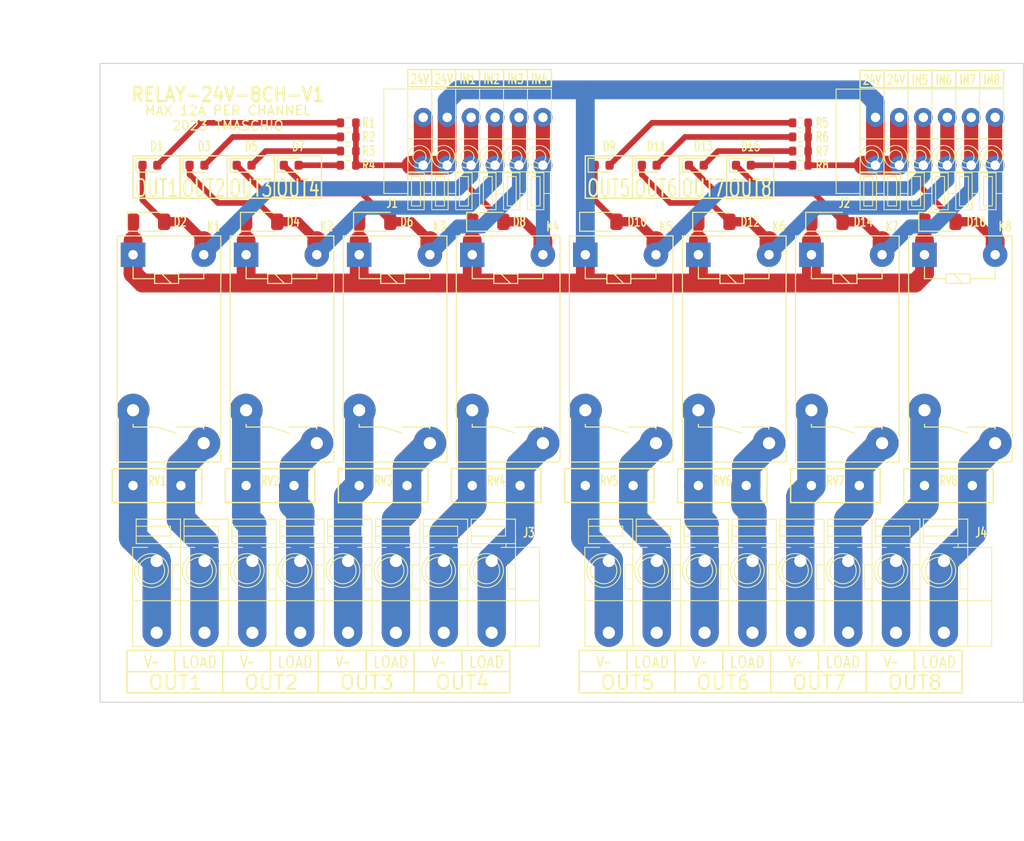
<source format=kicad_pcb>
(kicad_pcb (version 20221018) (generator pcbnew)
  (title_block (title "ESP 8 Relay Module"))
  (layers (0 "F.Cu" signal) (31 "B.Cu" signal) (34 "B.Paste" user) (35 "F.Paste" user) (36 "B.SilkS" user "B.Silkscreen") (37 "F.SilkS" user "F.Silkscreen") (38 "B.Mask" user) (39 "F.Mask" user) (44 "Edge.Cuts" user))
  (net 0 "")
  (net 1 "Net-(D1-A)")
  (net 2 "+24V")
  (net 3 "Net-(D1-K)")
  (net 4 "Net-(D3-A)")
  (net 5 "Net-(D3-K)")
  (net 6 "Net-(D5-A)")
  (net 7 "Net-(D5-K)")
  (net 8 "Net-(D7-A)")
  (net 9 "Net-(D7-K)")
  (net 10 "Net-(J3-Pin_1)")
  (net 11 "Net-(J3-Pin_2)")
  (net 12 "Net-(J4-Pin_1)")
  (net 13 "Net-(J4-Pin_2)")
  (net 14 "Net-(D10-A)")
  (net 15 "Net-(D9-A)")
  (net 16 "Net-(D11-K)")
  (net 17 "Net-(D11-A)")
  (net 18 "Net-(D13-K)")
  (net 19 "Net-(D13-A)")
  (net 20 "Net-(D15-K)")
  (net 21 "Net-(D15-A)")
  (net 22 "Net-(J4-Pin_3)")
  (net 23 "Net-(J4-Pin_4)")
  (net 24 "Net-(J4-Pin_5)")
  (net 25 "Net-(J4-Pin_6)")
  (net 26 "Net-(J4-Pin_7)")
  (net 27 "Net-(J4-Pin_8)")
  (net 28 "Net-(J3-Pin_3)")
  (net 29 "Net-(J3-Pin_4)")
  (net 30 "Net-(J3-Pin_5)")
  (net 31 "Net-(J3-Pin_6)")
  (net 32 "Net-(J3-Pin_7)")
  (net 33 "Net-(J3-Pin_8)")
  (footprint "Tales:D_SOD-123" (layer "F.Cu") (at 214.15 79)
    (fp_text reference "D16")
    (fp_text value "1N4148")
  )
  (footprint "Tales:D_SOD-123" (layer "F.Cu") (at 202.15 79)
    (fp_text reference "D14")
    (fp_text value "1N4148")
  )
  (footprint "Tales:LED_0603_1608Metric" (layer "F.Cu") (at 188.2875 73)
    (fp_text reference "D13")
    (fp_text value "GREEN")
  )
  (footprint "Tales:R_0603_1608Metric" (layer "F.Cu") (at 151.325 71.5 180)
    (fp_text reference "R3")
    (fp_text value "5k6/100mW")
  )
  (footprint "Tales:R_0603_1608Metric" (layer "F.Cu") (at 199.325 73 180)
    (fp_text reference "R8")
    (fp_text value "5k6/100mW")
  )
  (footprint "Tales:LED_0603_1608Metric" (layer "F.Cu") (at 178.2875 73)
    (fp_text reference "D9")
    (fp_text value "GREEN")
  )
  (footprint "Tales:D_SOD-123" (layer "F.Cu") (at 142.15 79)
    (fp_text reference "D4")
    (fp_text value "1N4148")
  )
  (footprint "Tales:TerminalBlock_Dibo_DB141V-2.54-6P_1x06_P2.54mm_Vertical" (layer "F.Cu") (at 220 67.92 180)
    (fp_text reference "J2")
    (fp_text value "DB141V-2.54-6P")
  )
  (footprint "Tales:R_0603_1608Metric" (layer "F.Cu") (at 199.325 68.5 180)
    (fp_text reference "R5")
    (fp_text value "5k6/100mW")
  )
  (footprint "Tales:LED_0603_1608Metric" (layer "F.Cu") (at 183.2875 73)
    (fp_text reference "D11")
    (fp_text value "GREEN")
  )
  (footprint "Tales:LED_0603_1608Metric" (layer "F.Cu") (at 145.2875 73)
    (fp_text reference "D7")
    (fp_text value "GREEN")
  )
  (footprint "Tales:TerminalBlock_Dibo_DB142V-5.08-8P_1x08_P5.08mm_Vertical" (layer "F.Cu") (at 179 122.62)
    (fp_text reference "J4")
    (fp_text value "DB142V-5.08-8P")
  )
  (footprint "Tales:R_0603_1608Metric" (layer "F.Cu") (at 199.325 70 180)
    (fp_text reference "R6")
    (fp_text value "5k6/100mW")
  )
  (footprint "Tales:R_0603_1608Metric" (layer "F.Cu") (at 151.325 73 180)
    (fp_text reference "R4")
    (fp_text value "5k6/100mW")
  )
  (footprint "Tales:Relay_SPST_Omron_G5PZ-1A" (layer "F.Cu") (at 164.5 82.5 -90)
    (fp_text reference "K4")
    (fp_text value "G5PZ-1A")
  )
  (footprint "Tales:LED_0603_1608Metric" (layer "F.Cu") (at 130.2875 73)
    (fp_text reference "D1")
    (fp_text value "GREEN")
  )
  (footprint "Tales:R_0603_1608Metric" (layer "F.Cu") (at 151.325 70 180)
    (fp_text reference "R2")
    (fp_text value "5k6/100mW")
  )
  (footprint "Tales:D_SOD-123" (layer "F.Cu") (at 130.15 79)
    (fp_text reference "D2")
    (fp_text value "1N4148")
  )
  (footprint "Tales:RV_Disc_D9.50mm_W3.6mm_P5.08mm" (layer "F.Cu") (at 128.5 107)
    (fp_text reference "RV1")
    (fp_text value "275VAC")
  )
  (footprint "Tales:LED_0603_1608Metric" (layer "F.Cu") (at 193.2875 73)
    (fp_text reference "D15")
    (fp_text value "GREEN")
  )
  (footprint "Tales:Relay_SPST_Omron_G5PZ-1A" (layer "F.Cu") (at 188.5 82.5 -90)
    (fp_text reference "K6")
    (fp_text value "G5PZ-1A")
  )
  (footprint "Tales:Relay_SPST_Omron_G5PZ-1A" (layer "F.Cu") (at 200.5 82.5 -90)
    (fp_text reference "K7")
    (fp_text value "G5PZ-1A")
  )
  (footprint "Tales:D_SOD-123" (layer "F.Cu") (at 154.15 79)
    (fp_text reference "D6")
    (fp_text value "1N4148")
  )
  (footprint "Tales:RV_Disc_D9.50mm_W3.6mm_P5.08mm" (layer "F.Cu") (at 188.5 107)
    (fp_text reference "RV6")
    (fp_text value "275VAC")
  )
  (footprint "Tales:Relay_SPST_Omron_G5PZ-1A" (layer "F.Cu") (at 212.5 82.5 -90)
    (fp_text reference "K8")
    (fp_text value "G5PZ-1A")
  )
  (footprint "Tales:R_0603_1608Metric" (layer "F.Cu") (at 199.325 71.5 180)
    (fp_text reference "R7")
    (fp_text value "5k6/100mW")
  )
  (footprint "Tales:Relay_SPST_Omron_G5PZ-1A" (layer "F.Cu") (at 152.5 82.5 -90)
    (fp_text reference "K3")
    (fp_text value "G5PZ-1A")
  )
  (footprint "Tales:RV_Disc_D9.50mm_W3.6mm_P5.08mm" (layer "F.Cu") (at 176.5 107)
    (fp_text reference "RV5")
    (fp_text value "275VAC")
  )
  (footprint "Tales:LED_0603_1608Metric" (layer "F.Cu") (at 135.2875 73)
    (fp_text reference "D3")
    (fp_text value "GREEN")
  )
  (footprint "Tales:RV_Disc_D9.50mm_W3.6mm_P5.08mm" (layer "F.Cu") (at 164.5 107)
    (fp_text reference "RV4")
    (fp_text value "275VAC")
  )
  (footprint "Tales:RV_Disc_D9.50mm_W3.6mm_P5.08mm" (layer "F.Cu") (at 140.5 107)
    (fp_text reference "RV2")
    (fp_text value "275VAC")
  )
  (footprint "Tales:RV_Disc_D9.50mm_W3.6mm_P5.08mm" (layer "F.Cu") (at 212.5 107)
    (fp_text reference "RV8")
    (fp_text value "275VAC")
  )
  (footprint "Tales:D_SOD-123" (layer "F.Cu") (at 178.15 79)
    (fp_text reference "D10")
    (fp_text value "1N4148")
  )
  (footprint "Tales:Relay_SPST_Omron_G5PZ-1A" (layer "F.Cu") (at 140.5 82.5 -90)
    (fp_text reference "K2")
    (fp_text value "G5PZ-1A")
  )
  (footprint "Tales:D_SOD-123" (layer "F.Cu") (at 190.15 79)
    (fp_text reference "D12")
    (fp_text value "1N4148")
  )
  (footprint "Tales:TerminalBlock_Dibo_DB141V-2.54-6P_1x06_P2.54mm_Vertical" (layer "F.Cu") (at 172 67.92 180)
    (fp_text reference "J1")
    (fp_text value "DB141V-2.54-6P")
  )
  (footprint "Tales:D_SOD-123" (layer "F.Cu") (at 166.15 79)
    (fp_text reference "D8")
    (fp_text value "1N4148")
  )
  (footprint "Tales:Relay_SPST_Omron_G5PZ-1A" (layer "F.Cu") (at 128.5 82.5 -90)
    (fp_text reference "K1")
    (fp_text value "G5PZ-1A")
  )
  (footprint "Tales:TerminalBlock_Dibo_DB142V-5.08-8P_1x08_P5.08mm_Vertical" (layer "F.Cu") (at 131 122.62)
    (fp_text reference "J3")
    (fp_text value "DB142V-5.08-8P")
  )
  (footprint "Tales:RV_Disc_D9.50mm_W3.6mm_P5.08mm" (layer "F.Cu") (at 152.5 107)
    (fp_text reference "RV3")
    (fp_text value "275VAC")
  )
  (footprint "Tales:R_0603_1608Metric" (layer "F.Cu") (at 151.325 68.5 180)
    (fp_text reference "R1")
    (fp_text value "5k6/100mW")
  )
  (footprint "Tales:Relay_SPST_Omron_G5PZ-1A" (layer "F.Cu") (at 176.5 82.5 -90)
    (fp_text reference "K5")
    (fp_text value "G5PZ-1A")
  )
  (footprint "Tales:LED_0603_1608Metric" (layer "F.Cu") (at 140.2875 73)
    (fp_text reference "D5")
    (fp_text value "GREEN")
  )
  (footprint "Tales:RV_Disc_D9.50mm_W3.6mm_P5.08mm" (layer "F.Cu") (at 200.5 107)
    (fp_text reference "RV7")
    (fp_text value "275VAC")
  )
  (gr_line (start 175.85 124.5) (end 175.85 129) (stroke (width 0.15)) (layer "F.SilkS"))
  (gr_rect (start 157.66 62.85) (end 172.9 64.67) (stroke (width 0.15)) (fill none) (layer "F.SilkS"))
  (gr_line (start 143.5 76.5) (end 143.5 72) (stroke (width 0.15)) (layer "F.SilkS"))
  (gr_line (start 210.74 64.73) (end 210.74 62.93) (stroke (width 0.15)) (layer "F.SilkS"))
  (gr_line (start 168.49 124.5) (end 168.49 129) (stroke (width 0.15)) (layer "F.SilkS"))
  (gr_rect (start 205.66 62.93) (end 220.9 64.75) (stroke (width 0.15)) (fill none) (layer "F.SilkS"))
  (gr_line (start 191.09 124.5) (end 191.09 126.75) (stroke (width 0.15)) (layer "F.SilkS"))
  (gr_line (start 163.41 124.5) (end 163.41 126.75) (stroke (width 0.15)) (layer "F.SilkS"))
  (gr_line (start 208.2 64.73) (end 208.2 62.93) (stroke (width 0.15)) (layer "F.SilkS"))
  (gr_line (start 191.5 76.5) (end 191.5 72) (stroke (width 0.15)) (layer "F.SilkS"))
  (gr_line (start 165.28 64.67) (end 165.28 62.85) (stroke (width 0.15)) (layer "F.SilkS"))
  (gr_line (start 201.25 124.5) (end 201.25 126.75) (stroke (width 0.15)) (layer "F.SilkS"))
  (gr_line (start 128.5 72) (end 148.5 72) (stroke (width 0.15)) (layer "F.SilkS"))
  (gr_line (start 216.49 124.5) (end 216.49 129) (stroke (width 0.15)) (layer "F.SilkS"))
  (gr_line (start 127.85 124.5) (end 168.49 124.5) (stroke (width 0.15)) (layer "F.SilkS"))
  (gr_line (start 127.85 129) (end 168.49 129) (stroke (width 0.15)) (layer "F.SilkS"))
  (gr_line (start 215.82 64.73) (end 215.82 62.93) (stroke (width 0.15)) (layer "F.SilkS"))
  (gr_line (start 218.36 64.73) (end 218.36 62.93) (stroke (width 0.15)) (layer "F.SilkS"))
  (gr_line (start 148.17 124.5) (end 148.17 129) (stroke (width 0.15)) (layer "F.SilkS"))
  (gr_line (start 138.01 124.5) (end 138.01 129) (stroke (width 0.15)) (layer "F.SilkS"))
  (gr_line (start 132.93 124.5) (end 132.93 126.75) (stroke (width 0.15)) (layer "F.SilkS"))
  (gr_line (start 148.5 76.5) (end 128.5 76.5) (stroke (width 0.15)) (layer "F.SilkS"))
  (gr_line (start 170.36 64.65) (end 170.36 62.85) (stroke (width 0.15)) (layer "F.SilkS"))
  (gr_line (start 196.5 76.5) (end 176.5 76.5) (stroke (width 0.15)) (layer "F.SilkS"))
  (gr_line (start 206.33 124.5) (end 206.33 129) (stroke (width 0.15)) (layer "F.SilkS"))
  (gr_line (start 175.85 129) (end 216.49 129) (stroke (width 0.15)) (layer "F.SilkS"))
  (gr_line (start 162.74 64.65) (end 162.74 62.85) (stroke (width 0.15)) (layer "F.SilkS"))
  (gr_line (start 175.85 126.75) (end 216.49 126.75) (stroke (width 0.15)) (layer "F.SilkS"))
  (gr_line (start 175.85 126.75) (end 175.85 129) (stroke (width 0.15)) (layer "F.SilkS"))
  (gr_line (start 186.5 76.5) (end 186.5 72) (stroke (width 0.15)) (layer "F.SilkS"))
  (gr_line (start 186.01 124.5) (end 186.01 129) (stroke (width 0.15)) (layer "F.SilkS"))
  (gr_line (start 213.28 64.75) (end 213.28 62.93) (stroke (width 0.15)) (layer "F.SilkS"))
  (gr_line (start 176.5 72) (end 196.5 72) (stroke (width 0.15)) (layer "F.SilkS"))
  (gr_line (start 127.85 126.75) (end 168.49 126.75) (stroke (width 0.15)) (layer "F.SilkS"))
  (gr_line (start 153.25 124.5) (end 153.25 126.75) (stroke (width 0.15)) (layer "F.SilkS"))
  (gr_line (start 167.82 64.65) (end 167.82 62.85) (stroke (width 0.15)) (layer "F.SilkS"))
  (gr_line (start 211.41 124.5) (end 211.41 126.75) (stroke (width 0.15)) (layer "F.SilkS"))
  (gr_line (start 138.5 76.5) (end 138.5 72) (stroke (width 0.15)) (layer "F.SilkS"))
  (gr_line (start 148.5 72) (end 148.5 76.5) (stroke (width 0.15)) (layer "F.SilkS"))
  (gr_line (start 180.93 124.5) (end 180.93 126.75) (stroke (width 0.15)) (layer "F.SilkS"))
  (gr_line (start 176.5 76.5) (end 176.5 72) (stroke (width 0.15)) (layer "F.SilkS"))
  (gr_line (start 196.17 124.5) (end 196.17 129) (stroke (width 0.15)) (layer "F.SilkS"))
  (gr_line (start 175.85 124.5) (end 216.49 124.5) (stroke (width 0.15)) (layer "F.SilkS"))
  (gr_line (start 133.5 72) (end 133.5 76.5) (stroke (width 0.15)) (layer "F.SilkS"))
  (gr_line (start 127.85 126.75) (end 127.85 129) (stroke (width 0.15)) (layer "F.SilkS"))
  (gr_line (start 143.09 124.5) (end 143.09 126.75) (stroke (width 0.15)) (layer "F.SilkS"))
  (gr_line (start 196.5 72) (end 196.5 76.5) (stroke (width 0.15)) (layer "F.SilkS"))
  (gr_line (start 158.33 124.5) (end 158.33 129) (stroke (width 0.15)) (layer "F.SilkS"))
  (gr_line (start 127.85 124.5) (end 127.85 129) (stroke (width 0.15)) (layer "F.SilkS"))
  (gr_line (start 181.5 72) (end 181.5 76.5) (stroke (width 0.15)) (layer "F.SilkS"))
  (gr_line (start 128.5 76.5) (end 128.5 72) (stroke (width 0.15)) (layer "F.SilkS"))
  (gr_line (start 160.2 64.65) (end 160.2 62.85) (stroke (width 0.15)) (layer "F.SilkS"))
  (gr_rect (start 125 62.2) (end 223 130) (stroke (width 0.1)) (fill none) (layer "Edge.Cuts"))
  (gr_text "IN2" (at 166.55 64.45) (layer "F.SilkS") (effects (font (size 1 0.7) (thickness 0.15) bold) (justify bottom)))
  (gr_text "V~" (at 150.77 125.75) (layer "F.SilkS") (effects (font (size 1.2 1))))
  (gr_text "LOAD" (at 145.69 125.75) (layer "F.SilkS") (effects (font (size 1.2 1))))
  (gr_text "IN8" (at 219.63 64.53) (layer "F.SilkS") (effects (font (size 1 0.7) (thickness 0.15) bold) (justify bottom)))
  (gr_text "OUT3" (at 141 76.5) (layer "F.SilkS") (effects (font (size 1.8 1.2) (thickness 0.2)) (justify bottom)))
  (gr_text "OUT4" (at 163.47 127.9) (layer "F.SilkS") (effects (font (size 1.5 1.5) (thickness 0.2))))
  (gr_text "OUT6" (at 191.15 127.9) (layer "F.SilkS") (effects (font (size 1.5 1.5) (thickness 0.2))))
  (gr_text "IN7" (at 217.09 64.53) (layer "F.SilkS") (effects (font (size 1 0.7) (thickness 0.15) bold) (justify bottom)))
  (gr_text "OUT8" (at 211.47 127.9) (layer "F.SilkS") (effects (font (size 1.5 1.5) (thickness 0.2))))
  (gr_text "LOAD" (at 155.85 125.75) (layer "F.SilkS") (effects (font (size 1.2 1))))
  (gr_text "V~" (at 140.61 125.75) (layer "F.SilkS") (effects (font (size 1.2 1))))
  (gr_text "IN6" (at 214.55 64.53) (layer "F.SilkS") (effects (font (size 1 0.7) (thickness 0.15) bold) (justify bottom)))
  (gr_text "V~" (at 160.93 125.75) (layer "F.SilkS") (effects (font (size 1.2 1))))
  (gr_text "LOAD" (at 166.01 125.75) (layer "F.SilkS") (effects (font (size 1.2 1))))
  (gr_text "OUT6" (at 184 76.5) (layer "F.SilkS") (effects (font (size 1.8 1.2) (thickness 0.2)) (justify bottom)))
  (gr_text "OUT7" (at 189 76.5) (layer "F.SilkS") (effects (font (size 1.8 1.2) (thickness 0.2)) (justify bottom)))
  (gr_text "V~" (at 130.45 125.75) (layer "F.SilkS") (effects (font (size 1.2 1))))
  (gr_text "OUT2" (at 136 76.5) (layer "F.SilkS") (effects (font (size 1.8 1.2) (thickness 0.2)) (justify bottom)))
  (gr_text "IN1" (at 164.01 64.45) (layer "F.SilkS") (effects (font (size 1 0.7) (thickness 0.15) bold) (justify bottom)))
  (gr_text "V~" (at 198.77 125.75) (layer "F.SilkS") (effects (font (size 1.2 1))))
  (gr_text "V~" (at 208.93 125.75) (layer "F.SilkS") (effects (font (size 1.2 1))))
  (gr_text "LOAD" (at 214.01 125.75) (layer "F.SilkS") (effects (font (size 1.2 1))))
  (gr_text "V~" (at 178.45 125.75) (layer "F.SilkS") (effects (font (size 1.2 1))))
  (gr_text "OUT4" (at 146 76.5) (layer "F.SilkS") (effects (font (size 1.8 1.2) (thickness 0.2)) (justify bottom)))
  (gr_text "LOAD" (at 183.53 125.75) (layer "F.SilkS") (effects (font (size 1.2 1))))
  (gr_text "OUT1" (at 131 76.5) (layer "F.SilkS") (effects (font (size 1.8 1.2) (thickness 0.2)) (justify bottom)))
  (gr_text "LOAD" (at 135.53 125.75) (layer "F.SilkS") (effects (font (size 1.2 1))))
  (gr_text "OUT1" (at 132.99 127.9) (layer "F.SilkS") (effects (font (size 1.5 1.5) (thickness 0.2))))
  (gr_text "V~" (at 188.61 125.75) (layer "F.SilkS") (effects (font (size 1.2 1))))
  (gr_text "LOAD" (at 193.69 125.75) (layer "F.SilkS") (effects (font (size 1.2 1))))
  (gr_text "IN5" (at 212.01 64.53) (layer "F.SilkS") (effects (font (size 1 0.7) (thickness 0.15) bold) (justify bottom)))
  (gr_text "OUT2" (at 143.15 127.9) (layer "F.SilkS") (effects (font (size 1.5 1.5) (thickness 0.2))))
  (gr_text "24V" (at 206.93 64.53) (layer "F.SilkS") (effects (font (size 1 0.7) (thickness 0.15) bold) (justify bottom)))
  (gr_text "RELAY-24V-8CH-V1" (at 138.55 65.5) (layer "F.SilkS") (effects (font (size 1.5 1.3) (thickness 0.25) bold)))
  (gr_text "OUT5" (at 180.99 127.9) (layer "F.SilkS") (effects (font (size 1.5 1.5) (thickness 0.2))))
  (gr_text "IN3" (at 169.09 64.45) (layer "F.SilkS") (effects (font (size 1 0.7) (thickness 0.15) bold) (justify bottom)))
  (gr_text "OUT5" (at 179 76.5) (layer "F.SilkS") (effects (font (size 1.8 1.2) (thickness 0.2)) (justify bottom)))
  (gr_text "24V" (at 158.93 64.45) (layer "F.SilkS") (effects (font (size 1 0.7) (thickness 0.15) bold) (justify bottom)))
  (gr_text "LOAD" (at 203.85 125.75) (layer "F.SilkS") (effects (font (size 1.2 1))))
  (gr_text "OUT3" (at 153.31 127.9) (layer "F.SilkS") (effects (font (size 1.5 1.5) (thickness 0.2))))
  (gr_text "OUT7" (at 201.31 127.9) (layer "F.SilkS") (effects (font (size 1.5 1.5) (thickness 0.2))))
  (gr_text "24V" (at 161.47 64.45) (layer "F.SilkS") (effects (font (size 1 0.7) (thickness 0.15) bold) (justify bottom)))
  (gr_text "OUT8" (at 194 76.5) (layer "F.SilkS") (effects (font (size 1.8 1.2) (thickness 0.2)) (justify bottom)))
  (gr_text "IN4" (at 171.63 64.45) (layer "F.SilkS") (effects (font (size 1 0.7) (thickness 0.15) bold) (justify bottom)))
  (gr_text "24V" (at 209.47 64.53) (layer "F.SilkS") (effects (font (size 1 0.7) (thickness 0.15) bold) (justify bottom)))
  (gr_text "MAX 12A PER CHANNEL\n2023 TMASCHIO" (at 138.55 68) (layer "F.SilkS") (effects (font (size 1 1))))
  (segment (start 135.575 68.5) (end 131.075 73) (width 0.6) (layer "F.Cu") (net 1))
  (segment (start 150.5 68.5) (end 135.575 68.5) (width 0.6) (layer "F.Cu") (net 1))
  (segment (start 128.5 82.5) (end 128.5 84.5) (width 2) (layer "F.Cu") (net 2))
  (segment (start 152.15 73) (end 152.15 71.5) (width 0.6) (layer "F.Cu") (net 2))
  (segment (start 200.5 85.5) (end 200.5 81) (width 2) (layer "F.Cu") (net 2))
  (segment (start 140.5 81) (end 140.5 79) (width 1) (layer "F.Cu") (net 2))
  (segment (start 128.5 84.5) (end 129.5 85.5) (width 2) (layer "F.Cu") (net 2))
  (segment (start 128.5 79) (end 128.5 81) (width 1) (layer "F.Cu") (net 2))
  (segment (start 176.5 79) (end 176.5 81) (width 1) (layer "F.Cu") (net 2))
  (segment (start 211.5 85.5) (end 212.5 84.5) (width 2) (layer "F.Cu") (net 2))
  (segment (start 140.5 81) (end 140.5 85.5) (width 2) (layer "F.Cu") (net 2))
  (segment (start 152.15 71.5) (end 152.15 70) (width 0.6) (layer "F.Cu") (net 2))
  (segment (start 161.84 73) (end 159.3 73) (width 2) (layer "F.Cu") (net 2))
  (segment (start 152.5 81) (end 152.5 85.5) (width 2) (layer "F.Cu") (net 2))
  (segment (start 152.15 70) (end 152.15 68.5) (width 0.6) (layer "F.Cu") (net 2))
  (segment (start 209.84 67.92) (end 209.84 73) (width 2) (layer "F.Cu") (net 2))
  (segment (start 159.3 67.92) (end 159.3 73) (width 2) (layer "F.Cu") (net 2))
  (segment (start 200.5 79) (end 200.5 81) (width 1) (layer "F.Cu") (net 2))
  (segment (start 164.5 79) (end 164.5 81) (width 1) (layer "F.Cu") (net 2))
  (segment (start 200.15 70) (end 200.15 68.5) (width 0.6) (layer "F.Cu") (net 2))
  (segment (start 159.3 73) (end 158 73) (width 2) (layer "F.Cu") (net 2))
  (segment (start 164.5 85.5) (end 164.5 81) (width 2) (layer "F.Cu") (net 2))
  (segment (start 128.5 82.5) (end 128.5 81) (width 2) (layer "F.Cu") (net 2))
  (segment (start 200.15 73) (end 206 73) (width 0.6) (layer "F.Cu") (net 2))
  (segment (start 212.5 84.5) (end 212.5 82.5) (width 2) (layer "F.Cu") (net 2))
  (segment (start 212.5 82.5) (end 212.5 81) (width 2) (layer "F.Cu") (net 2))
  (segment (start 200.15 73) (end 200.15 71.5) (width 0.6) (layer "F.Cu") (net 2))
  (segment (start 161.84 67.92) (end 161.84 73) (width 2) (layer "F.Cu") (net 2))
  (segment (start 129.5 85.5) (end 211.5 85.5) (width 2) (layer "F.Cu") (net 2))
  (segment (start 212.5 79) (end 212.5 81) (width 1) (layer "F.Cu") (net 2))
  (segment (start 188.5 85.5) (end 188.5 81) (width 2) (layer "F.Cu") (net 2))
  (segment (start 176.5 85.5) (end 176.5 81) (width 2) (layer "F.Cu") (net 2))
  (segment (start 207.3 73) (end 206 73) (width 2) (layer "F.Cu") (net 2))
  (segment (start 209.84 73) (end 207.3 73) (width 2) (layer "F.Cu") (net 2))
  (segment (start 152.5 79) (end 152.5 81) (width 1) (layer "F.Cu") (net 2))
  (segment (start 200.15 71.5) (end 200.15 70) (width 0.6) (layer "F.Cu") (net 2))
  (segment (start 152.15 73) (end 158 73) (width 0.6) (layer "F.Cu") (net 2))
  (segment (start 207.3 67.92) (end 207.3 73) (width 2) (layer "F.Cu") (net 2))
  (segment (start 188.5 79) (end 188.5 81) (width 1) (layer "F.Cu") (net 2))
  (segment (start 206 65) (end 207.3 66.3) (width 2) (layer "B.Cu") (net 2))
  (segment (start 161.84 67.92) (end 161.84 66.16) (width 2) (layer "B.Cu") (net 2))
  (segment (start 163 65) (end 176.5 65) (width 2) (layer "B.Cu") (net 2))
  (segment (start 176.5 65) (end 206 65) (width 2) (layer "B.Cu") (net 2))
  (segment (start 207.3 66.3) (end 207.3 67.92) (width 2) (layer "B.Cu") (net 2))
  (segment (start 176.5 82.5) (end 176.5 65) (width 2) (layer "B.Cu") (net 2))
  (segment (start 161.84 66.16) (end 163 65) (width 2) (layer "B.Cu") (net 2))
  (segment (start 129.5 73) (end 129.5 76.7) (width 0.6) (layer "F.Cu") (net 3))
  (segment (start 134 79) (end 136 81) (width 1) (layer "F.Cu") (net 3))
  (segment (start 131.8 79) (end 134 79) (width 1) (layer "F.Cu") (net 3))
  (segment (start 136 82.5) (end 136 81) (width 2) (layer "F.Cu") (net 3))
  (segment (start 129.5 76.7) (end 131.8 79) (width 0.6) (layer "F.Cu") (net 3))
  (segment (start 164.38 67.92) (end 164.38 73) (width 1.5) (layer "F.Cu") (net 3))
  (segment (start 163 75.5) (end 143 75.5) (width 1.5) (layer "B.Cu") (net 3))
  (segment (start 164.38 74.12) (end 163 75.5) (width 1.5) (layer "B.Cu") (net 3))
  (segment (start 143 75.5) (end 136 82.5) (width 1.5) (layer "B.Cu") (net 3))
  (segment (start 164.38 73) (end 164.38 74.12) (width 1.5) (layer "B.Cu") (net 3))
  (segment (start 139.075 70) (end 136.075 73) (width 0.6) (layer "F.Cu") (net 4))
  (segment (start 150.5 70) (end 139.075 70) (width 0.6) (layer "F.Cu") (net 4))
  (segment (start 134.5 74) (end 137.5 77) (width 0.6) (layer "F.Cu") (net 5))
  (segment (start 143.8 79) (end 146 79) (width 1) (layer "F.Cu") (net 5))
  (segment (start 137.5 77) (end 141.8 77) (width 0.6) (layer "F.Cu") (net 5))
  (segment (start 166.92 67.92) (end 166.92 73) (width 1.5) (layer "F.Cu") (net 5))
  (segment (start 134.5 73) (end 134.5 74) (width 0.6) (layer "F.Cu") (net 5))
  (segment (start 148 82.5) (end 148 81) (width 2) (layer "F.Cu") (net 5))
  (segment (start 146 79) (end 148 81) (width 1) (layer "F.Cu") (net 5))
  (segment (start 141.8 77) (end 143.8 79) (width 0.6) (layer "F.Cu") (net 5))
  (segment (start 166.92 74.58) (end 164 77.5) (width 1.5) (layer "B.Cu") (net 5))
  (segment (start 153 77.5) (end 148 82.5) (width 1.5) (layer "B.Cu") (net 5))
  (segment (start 164 77.5) (end 153 77.5) (width 1.5) (layer "B.Cu") (net 5))
  (segment (start 166.92 73) (end 166.92 74.58) (width 1.5) (layer "B.Cu") (net 5))
  (segment (start 142.575 71.5) (end 141.075 73) (width 0.6) (layer "F.Cu") (net 6))
  (segment (start 150.5 71.5) (end 142.575 71.5) (width 0.6) (layer "F.Cu") (net 6))
  (segment (start 155.8 79) (end 158 79) (width 1) (layer "F.Cu") (net 7))
  (segment (start 169.46 67.92) (end 169.46 73) (width 1.5) (layer "F.Cu") (net 7))
  (segment (start 152.8 76) (end 155.8 79) (width 0.6) (layer "F.Cu") (net 7))
  (segment (start 139.5 73) (end 142.5 76) (width 0.6) (layer "F.Cu") (net 7))
  (segment (start 160 82.5) (end 160 81) (width 2) (layer "F.Cu") (net 7))
  (segment (start 158 79) (end 160 81) (width 1) (layer "F.Cu") (net 7))
  (segment (start 142.5 76) (end 152.8 76) (width 0.6) (layer "F.Cu") (net 7))
  (segment (start 169.46 73) (end 169.46 75.54) (width 1.5) (layer "B.Cu") (net 7))
  (segment (start 163 79.5) (end 160 82.5) (width 1.5) (layer "B.Cu") (net 7))
  (segment (start 165.5 79.5) (end 163 79.5) (width 1.5) (layer "B.Cu") (net 7))
  (segment (start 169.46 75.54) (end 165.5 79.5) (width 1.5) (layer "B.Cu") (net 7))
  (segment (start 150.5 73) (end 146.075 73) (width 0.6) (layer "F.Cu") (net 8))
  (segment (start 170 79) (end 172 81) (width 1) (layer "F.Cu") (net 9))
  (segment (start 163.8 75) (end 167.8 79) (width 0.6) (layer "F.Cu") (net 9))
  (segment (start 167.8 79) (end 170 79) (width 1) (layer "F.Cu") (net 9))
  (segment (start 146.5 75) (end 163.8 75) (width 0.6) (layer "F.Cu") (net 9))
  (segment (start 172 82.5) (end 172 81) (width 2) (layer "F.Cu") (net 9))
  (segment (start 144.5 73) (end 146.5 75) (width 0.6) (layer "F.Cu") (net 9))
  (segment (start 172 67.92) (end 172 73) (width 1.5) (layer "F.Cu") (net 9))
  (segment (start 172 82.5) (end 172 73) (width 1.5) (layer "B.Cu") (net 9))
  (segment (start 128.5 107) (end 128.5 112.5) (width 3) (layer "F.Cu") (net 10))
  (segment (start 128.5 99) (end 128.5 107) (width 3) (layer "F.Cu") (net 10))
  (segment (start 128.5 112.5) (end 131 115) (width 3) (layer "F.Cu") (net 10))
  (segment (start 131 122.62) (end 131 115) (width 3) (layer "F.Cu") (net 10))
  (segment (start 131 122.62) (end 131 115) (width 3) (layer "B.Cu") (net 10))
  (segment (start 128.5 107) (end 128.5 99) (width 3) (layer "B.Cu") (net 10))
  (segment (start 128.5 112.5) (end 128.5 107) (width 3) (layer "B.Cu") (net 10))
  (segment (start 131 115) (end 128.5 112.5) (width 3) (layer "B.Cu") (net 10))
  (segment (start 136.08 122.62) (end 136.08 115) (width 3) (layer "F.Cu") (net 11))
  (segment (start 133.58 107) (end 133.58 110.58) (width 3) (layer "F.Cu") (net 11))
  (segment (start 133.58 110.58) (end 136.08 113.08) (width 3) (layer "F.Cu") (net 11))
  (segment (start 133.58 104.92) (end 136 102.5) (width 3) (layer "F.Cu") (net 11))
  (segment (start 136.08 113.08) (end 136.08 115) (width 3) (layer "F.Cu") (net 11))
  (segment (start 133.58 107) (end 133.58 104.92) (width 3) (layer "F.Cu") (net 11))
  (segment (start 136.08 122.62) (end 136.08 115) (width 3) (layer "B.Cu") (net 11))
  (segment (start 133.58 110.58) (end 133.58 107) (width 3) (layer "B.Cu") (net 11))
  (segment (start 136.08 115) (end 136.08 113.08) (width 3) (layer "B.Cu") (net 11))
  (segment (start 133.58 104.92) (end 136 102.5) (width 3) (layer "B.Cu") (net 11))
  (segment (start 136.08 113.08) (end 133.58 110.58) (width 3) (layer "B.Cu") (net 11))
  (segment (start 133.58 107) (end 133.58 104.92) (width 3) (layer "B.Cu") (net 11))
  (segment (start 179 122.62) (end 179 115) (width 3) (layer "F.Cu") (net 12))
  (segment (start 176.5 99) (end 176.5 107) (width 3) (layer "F.Cu") (net 12))
  (segment (start 176.5 107) (end 176.5 112.5) (width 3) (layer "F.Cu") (net 12))
  (segment (start 176.5 112.5) (end 179 115) (width 3) (layer "F.Cu") (net 12))
  (segment (start 176.5 107) (end 176.5 99) (width 3) (layer "B.Cu") (net 12))
  (segment (start 179 122.62) (end 179 115) (width 3) (layer "B.Cu") (net 12))
  (segment (start 179 115) (end 176.5 112.5) (width 3) (layer "B.Cu") (net 12))
  (segment (start 176.5 112.5) (end 176.5 107) (width 3) (layer "B.Cu") (net 12))
  (segment (start 184.08 113.08) (end 184.08 115) (width 3) (layer "F.Cu") (net 13))
  (segment (start 184.08 122.62) (end 184.08 115) (width 3) (layer "F.Cu") (net 13))
  (segment (start 181.58 107) (end 181.58 104.92) (width 3) (layer "F.Cu") (net 13))
  (segment (start 181.58 104.92) (end 184 102.5) (width 3) (layer "F.Cu") (net 13))
  (segment (start 181.58 110.58) (end 184.08 113.08) (width 3) (layer "F.Cu") (net 13))
  (segment (start 181.58 107) (end 181.58 110.58) (width 3) (layer "F.Cu") (net 13))
  (segment (start 184.08 115) (end 184.08 113.08) (width 3) (layer "B.Cu") (net 13))
  (segment (start 181.58 104.92) (end 184 102.5) (width 3) (layer "B.Cu") (net 13))
  (segment (start 181.58 107) (end 181.58 104.92) (width 3) (layer "B.Cu") (net 13))
  (segment (start 181.58 110.58) (end 181.58 107) (width 3) (layer "B.Cu") (net 13))
  (segment (start 184.08 113.08) (end 181.58 110.58) (width 3) (layer "B.Cu") (net 13))
  (segment (start 184.08 122.62) (end 184.08 115) (width 3) (layer "B.Cu") (net 13))
  (segment (start 212.38 67.92) (end 212.38 73) (width 1.5) (layer "F.Cu") (net 14))
  (segment (start 184 82.5) (end 184 81) (width 2) (layer "F.Cu") (net 14))
  (segment (start 179.8 79) (end 182 79) (width 1) (layer "F.Cu") (net 14))
  (segment (start 177.5 76.7) (end 179.8 79) (width 0.6) (layer "F.Cu") (net 14))
  (segment (start 177.5 73) (end 177.5 76.7) (width 0.6) (layer "F.Cu") (net 14))
  (segment (start 182 79) (end 184 81) (width 1) (layer "F.Cu") (net 14))
  (segment (start 212.38 73) (end 212.38 74.12) (width 1.5) (layer "B.Cu") (net 14))
  (segment (start 191 75.5) (end 184 82.5) (width 1.5) (layer "B.Cu") (net 14))
  (segment (start 212.38 74.12) (end 211 75.5) (width 1.5) (layer "B.Cu") (net 14))
  (segment (start 211 75.5) (end 191 75.5) (width 1.5) (layer "B.Cu") (net 14))
  (segment (start 198.5 68.5) (end 183.575 68.5) (width 0.6) (layer "F.Cu") (net 15))
  (segment (start 183.575 68.5) (end 179.075 73) (width 0.6) (layer "F.Cu") (net 15))
  (segment (start 194 79) (end 196 81) (width 1) (layer "F.Cu") (net 16))
  (segment (start 189.8 77) (end 191.8 79) (width 0.6) (layer "F.Cu") (net 16))
  (segment (start 182.5 74) (end 185.5 77) (width 0.6) (layer "F.Cu") (net 16))
  (segment (start 214.92 67.92) (end 214.92 73) (width 1.5) (layer "F.Cu") (net 16))
  (segment (start 182.5 73) (end 182.5 74) (width 0.6) (layer "F.Cu") (net 16))
  (segment (start 191.8 79) (end 194 79) (width 1) (layer "F.Cu") (net 16))
  (segment (start 196 82.5) (end 196 81) (width 2) (layer "F.Cu") (net 16))
  (segment (start 185.5 77) (end 189.8 77) (width 0.6) (layer "F.Cu") (net 16))
  (segment (start 214.92 73) (end 214.92 74.58) (width 1.5) (layer "B.Cu") (net 16))
  (segment (start 212 77.5) (end 201 77.5) (width 1.5) (layer "B.Cu") (net 16))
  (segment (start 201 77.5) (end 196 82.5) (width 1.5) (layer "B.Cu") (net 16))
  (segment (start 214.92 74.58) (end 212 77.5) (width 1.5) (layer "B.Cu") (net 16))
  (segment (start 187.075 70) (end 184.075 73) (width 0.6) (layer "F.Cu") (net 17))
  (segment (start 198.5 70) (end 187.075 70) (width 0.6) (layer "F.Cu") (net 17))
  (segment (start 190.5 76) (end 200.8 76) (width 0.6) (layer "F.Cu") (net 18))
  (segment (start 200.8 76) (end 203.8 79) (width 0.6) (layer "F.Cu") (net 18))
  (segment (start 208 82.5) (end 208 81) (width 2) (layer "F.Cu") (net 18))
  (segment (start 187.5 73) (end 190.5 76) (width 0.6) (layer "F.Cu") (net 18))
  (segment (start 217.46 67.92) (end 217.46 73) (width 1.5) (layer "F.Cu") (net 18))
  (segment (start 203.8 79) (end 206 79) (width 1) (layer "F.Cu") (net 18))
  (segment (start 206 79) (end 208 81) (width 1) (layer "F.Cu") (net 18))
  (segment (start 217.46 75.54) (end 213.5 79.5) (width 1.5) (layer "B.Cu") (net 18))
  (segment (start 213.5 79.5) (end 211 79.5) (width 1.5) (layer "B.Cu") (net 18))
  (segment (start 217.46 73) (end 217.46 75.54) (width 1.5) (layer "B.Cu") (net 18))
  (segment (start 211 79.5) (end 208 82.5) (width 1.5) (layer "B.Cu") (net 18))
  (segment (start 198.5 71.5) (end 190.575 71.5) (width 0.6) (layer "F.Cu") (net 19))
  (segment (start 190.575 71.5) (end 189.075 73) (width 0.6) (layer "F.Cu") (net 19))
  (segment (start 192.5 73) (end 194.5 75) (width 0.6) (layer "F.Cu") (net 20))
  (segment (start 220 67.92) (end 220 73) (width 1.5) (layer "F.Cu") (net 20))
  (segment (start 211.8 75) (end 215.8 79) (width 0.6) (layer "F.Cu") (net 20))
  (segment (start 220 82.5) (end 220 81) (width 2) (layer "F.Cu") (net 20))
  (segment (start 194.5 75) (end 211.8 75) (width 0.6) (layer "F.Cu") (net 20))
  (segment (start 215.8 79) (end 218 79) (width 1) (layer "F.Cu") (net 20))
  (segment (start 218 79) (end 220 81) (width 1) (layer "F.Cu") (net 20))
  (segment (start 220 82.5) (end 220 73) (width 1.5) (layer "B.Cu") (net 20))
  (segment (start 198.5 73) (end 194.075 73) (width 0.6) (layer "F.Cu") (net 21))
  (segment (start 188.5 107) (end 188.5 110.5) (width 3) (layer "F.Cu") (net 22))
  (segment (start 188.5 99) (end 188.5 107) (width 3) (layer "F.Cu") (net 22))
  (segment (start 189.16 111.16) (end 189.16 115) (width 3) (layer "F.Cu") (net 22))
  (segment (start 188.5 110.5) (end 189.16 111.16) (width 3) (layer "F.Cu") (net 22))
  (segment (start 189.16 122.62) (end 189.16 115) (width 3) (layer "F.Cu") (net 22))
  (segment (start 188.5 107) (end 188.5 99) (width 3) (layer "B.Cu") (net 22))
  (segment (start 188.5 110.5) (end 188.5 107) (width 3) (layer "B.Cu") (net 22))
  (segment (start 189.16 122.62) (end 189.16 115) (width 3) (layer "B.Cu") (net 22))
  (segment (start 189.16 115) (end 189.16 111.16) (width 3) (layer "B.Cu") (net 22))
  (segment (start 189.16 111.16) (end 188.5 110.5) (width 3) (layer "B.Cu") (net 22))
  (segment (start 193.5 109) (end 194.24 109.74) (width 3) (layer "F.Cu") (net 23))
  (segment (start 193.5 107.08) (end 193.5 109) (width 3) (layer "F.Cu") (net 23))
  (segment (start 194.24 122.62) (end 194.24 115) (width 3) (layer "F.Cu") (net 23))
  (segment (start 193.58 107) (end 193.5 107.08) (width 3) (layer "F.Cu") (net 23))
  (segment (start 193.58 104.92) (end 196 102.5) (width 3) (layer "F.Cu") (net 23))
  (segment (start 194.24 109.74) (end 194.24 115) (width 3) (layer "F.Cu") (net 23))
  (segment (start 193.58 107) (end 193.58 104.92) (width 3) (layer "F.Cu") (net 23))
  (segment (start 193.58 104.92) (end 196 102.5) (width 3) (layer "B.Cu") (net 23))
  (segment (start 194.24 122.62) (end 194.24 115) (width 3) (layer "B.Cu") (net 23))
  (segment (start 194.24 109.74) (end 193.5 109) (width 3) (layer "B.Cu") (net 23))
  (segment (start 194.24 115) (end 194.24 109.74) (width 3) (layer "B.Cu") (net 23))
  (segment (start 193.5 109) (end 193.58 108.92) (width 3) (layer "B.Cu") (net 23))
  (segment (start 193.58 108.92) (end 193.58 107) (width 3) (layer "B.Cu") (net 23))
  (segment (start 193.58 107) (end 193.58 104.92) (width 3) (layer "B.Cu") (net 23))
  (segment (start 199.32 122.62) (end 199.32 115) (width 3) (layer "F.Cu") (net 24))
  (segment (start 199.32 115) (end 199.32 108.18) (width 3) (layer "F.Cu") (net 24))
  (segment (start 200.5 99) (end 200.5 107) (width 3) (layer "F.Cu") (net 24))
  (segment (start 199.32 108.18) (end 200.5 107) (width 3) (layer "F.Cu") (net 24))
  (segment (start 199.32 122.62) (end 199.32 115) (width 3) (layer "B.Cu") (net 24))
  (segment (start 199.32 108.18) (end 200.5 107) (width 3) (layer "B.Cu") (net 24))
  (segment (start 199.32 115) (end 199.32 108.18) (width 3) (layer "B.Cu") (net 24))
  (segment (start 200.5 107) (end 200.5 99) (width 3) (layer "B.Cu") (net 24))
  (segment (start 204.4 110.7) (end 204.4 115) (width 3) (layer "F.Cu") (net 25))
  (segment (start 205.58 107) (end 205.58 104.92) (width 3) (layer "F.Cu") (net 25))
  (segment (start 205.58 109.52) (end 204.4 110.7) (width 3) (layer "F.Cu") (net 25))
  (segment (start 205.58 104.92) (end 208 102.5) (width 3) (layer "F.Cu") (net 25))
  (segment (start 205.58 107) (end 205.58 109.52) (width 3) (layer "F.Cu") (net 25))
  (segment (start 204.4 122.62) (end 204.4 115) (width 3) (layer "F.Cu") (net 25))
  (segment (start 204.4 110.6) (end 205.58 109.42) (width 3) (layer "B.Cu") (net 25))
  (segment (start 205.58 109.42) (end 205.58 107) (width 3) (layer "B.Cu") (net 25))
  (segment (start 204.4 122.62) (end 204.4 115) (width 3) (layer "B.Cu") (net 25))
  (segment (start 205.58 107) (end 205.58 104.92) (width 3) (layer "B.Cu") (net 25))
  (segment (start 205.58 104.92) (end 208 102.5) (width 3) (layer "B.Cu") (net 25))
  (segment (start 204.4 115) (end 204.4 110.6) (width 3) (layer "B.Cu") (net 25))
  (segment (start 209.48 112.02) (end 212.5 109) (width 3) (layer "F.Cu") (net 26))
  (segment (start 212.5 99) (end 212.5 107) (width 3) (layer "F.Cu") (net 26))
  (segment (start 212.5 109) (end 212.5 107) (width 3) (layer "F.Cu") (net 26))
  (segment (start 209.48 115) (end 209.48 112.02) (width 3) (layer "F.Cu") (net 26))
  (segment (start 209.48 122.62) (end 209.48 115) (width 3) (layer "F.Cu") (net 26))
  (segment (start 209.48 122.62) (end 209.48 115) (width 3) (layer "B.Cu") (net 26))
  (segment (start 209.48 115) (end 209.48 112.02) (width 3) (layer "B.Cu") (net 26))
  (segment (start 212.5 107) (end 212.5 99) (width 3) (layer "B.Cu") (net 26))
  (segment (start 209.48 112.02) (end 212.5 109) (width 3) (layer "B.Cu") (net 26))
  (segment (start 212.5 109) (end 212.5 107) (width 3) (layer "B.Cu") (net 26))
  (segment (start 214.56 122.62) (end 214.56 115) (width 3) (layer "F.Cu") (net 27))
  (segment (start 217.58 107) (end 217.58 111.98) (width 3) (layer "F.Cu") (net 27))
  (segment (start 217.58 111.98) (end 214.56 115) (width 3) (layer "F.Cu") (net 27))
  (segment (start 217.58 107) (end 217.58 104.92) (width 3) (layer "F.Cu") (net 27))
  (segment (start 217.58 104.92) (end 220 102.5) (width 3) (layer "F.Cu") (net 27))
  (segment (start 217.58 104.92) (end 220 102.5) (width 3) (layer "B.Cu") (net 27))
  (segment (start 217.58 111.98) (end 217.58 107) (width 3) (layer "B.Cu") (net 27))
  (segment (start 217.58 107) (end 217.58 104.92) (width 3) (layer "B.Cu") (net 27))
  (segment (start 214.56 122.62) (end 214.56 115) (width 3) (layer "B.Cu") (net 27))
  (segment (start 214.56 115) (end 217.58 111.98) (width 3) (layer "B.Cu") (net 27))
  (segment (start 140.5 107) (end 140.5 110.5) (width 3) (layer "F.Cu") (net 28))
  (segment (start 141.16 122.62) (end 141.16 115) (width 3) (layer "F.Cu") (net 28))
  (segment (start 141.16 111.16) (end 141.16 115) (width 3) (layer "F.Cu") (net 28))
  (segment (start 140.5 110.5) (end 141.16 111.16) (width 3) (layer "F.Cu") (net 28))
  (segment (start 140.5 99) (end 140.5 107) (width 3) (layer "F.Cu") (net 28))
  (segment (start 141.16 111.16) (end 140.5 110.5) (width 3) (layer "B.Cu") (net 28))
  (segment (start 141.16 115) (end 141.16 111.16) (width 3) (layer "B.Cu") (net 28))
  (segment (start 140.5 110.5) (end 140.5 107) (width 3) (layer "B.Cu") (net 28))
  (segment (start 140.5 107) (end 140.5 99) (width 3) (layer "B.Cu") (net 28))
  (segment (start 141.16 122.62) (end 141.16 115) (width 3) (layer "B.Cu") (net 28))
  (segment (start 146.24 109.74) (end 146.24 115) (width 3) (layer "F.Cu") (net 29))
  (segment (start 145.58 107) (end 145.58 104.92) (width 3) (layer "F.Cu") (net 29))
  (segment (start 145.58 104.92) (end 148 102.5) (width 3) (layer "F.Cu") (net 29))
  (segment (start 145.58 107) (end 145.5 107.08) (width 3) (layer "F.Cu") (net 29))
  (segment (start 145.5 107.08) (end 145.5 109) (width 3) (layer "F.Cu") (net 29))
  (segment (start 145.5 109) (end 146.24 109.74) (width 3) (layer "F.Cu") (net 29))
  (segment (start 146.24 122.62) (end 146.24 115) (width 3) (layer "F.Cu") (net 29))
  (segment (start 145.58 108.92) (end 145.58 107) (width 3) (layer "B.Cu") (net 29))
  (segment (start 146.24 122.62) (end 146.24 115) (width 3) (layer "B.Cu") (net 29))
  (segment (start 145.5 109) (end 145.58 108.92) (width 3) (layer "B.Cu") (net 29))
  (segment (start 145.58 107) (end 145.58 104.92) (width 3) (layer "B.Cu") (net 29))
  (segment (start 145.58 104.92) (end 148 102.5) (width 3) (layer "B.Cu") (net 29))
  (segment (start 146.24 109.74) (end 145.5 109) (width 3) (layer "B.Cu") (net 29))
  (segment (start 146.24 115) (end 146.24 109.74) (width 3) (layer "B.Cu") (net 29))
  (segment (start 151.32 108.18) (end 152.5 107) (width 3) (layer "F.Cu") (net 30))
  (segment (start 152.5 99) (end 152.5 107) (width 3) (layer "F.Cu") (net 30))
  (segment (start 151.32 122.62) (end 151.32 115) (width 3) (layer "F.Cu") (net 30))
  (segment (start 151.32 115) (end 151.32 108.18) (width 3) (layer "F.Cu") (net 30))
  (segment (start 151.32 115) (end 151.32 108.18) (width 3) (layer "B.Cu") (net 30))
  (segment (start 152.5 107) (end 152.5 99) (width 3) (layer "B.Cu") (net 30))
  (segment (start 151.32 122.62) (end 151.32 115) (width 3) (layer "B.Cu") (net 30))
  (segment (start 151.32 108.18) (end 152.5 107) (width 3) (layer "B.Cu") (net 30))
  (segment (start 157.58 107) (end 157.58 104.92) (width 3) (layer "F.Cu") (net 31))
  (segment (start 157.58 104.92) (end 160 102.5) (width 3) (layer "F.Cu") (net 31))
  (segment (start 157.58 109.52) (end 156.4 110.7) (width 3) (layer "F.Cu") (net 31))
  (segment (start 157.58 107) (end 157.58 109.52) (width 3) (layer "F.Cu") (net 31))
  (segment (start 156.4 122.62) (end 156.4 115) (width 3) (layer "F.Cu") (net 31))
  (segment (start 156.4 110.7) (end 156.4 115) (width 3) (layer "F.Cu") (net 31))
  (segment (start 156.4 110.6) (end 157.58 109.42) (width 3) (layer "B.Cu") (net 31))
  (segment (start 157.58 107) (end 157.58 104.92) (width 3) (layer "B.Cu") (net 31))
  (segment (start 156.4 122.62) (end 156.4 115) (width 3) (layer "B.Cu") (net 31))
  (segment (start 156.4 115) (end 156.4 110.6) (width 3) (layer "B.Cu") (net 31))
  (segment (start 157.58 109.42) (end 157.58 107) (width 3) (layer "B.Cu") (net 31))
  (segment (start 157.58 104.92) (end 160 102.5) (width 3) (layer "B.Cu") (net 31))
  (segment (start 161.48 122.62) (end 161.48 115) (width 3) (layer "F.Cu") (net 32))
  (segment (start 161.48 112.02) (end 164.5 109) (width 3) (layer "F.Cu") (net 32))
  (segment (start 164.5 99) (end 164.5 107) (width 3) (layer "F.Cu") (net 32))
  (segment (start 161.48 115) (end 161.48 112.02) (width 3) (layer "F.Cu") (net 32))
  (segment (start 164.5 109) (end 164.5 107) (width 3) (layer "F.Cu") (net 32))
  (segment (start 164.5 107) (end 164.5 99) (width 3) (layer "B.Cu") (net 32))
  (segment (start 161.48 115) (end 161.48 112.02) (width 3) (layer "B.Cu") (net 32))
  (segment (start 164.5 109) (end 164.5 107) (width 3) (layer "B.Cu") (net 32))
  (segment (start 161.48 122.62) (end 161.48 115) (width 3) (layer "B.Cu") (net 32))
  (segment (start 161.48 112.02) (end 164.5 109) (width 3) (layer "B.Cu") (net 32))
  (segment (start 169.58 111.98) (end 166.56 115) (width 3) (layer "F.Cu") (net 33))
  (segment (start 169.58 104.92) (end 172 102.5) (width 3) (layer "F.Cu") (net 33))
  (segment (start 166.56 122.62) (end 166.56 115) (width 3) (layer "F.Cu") (net 33))
  (segment (start 169.58 107) (end 169.58 111.98) (width 3) (layer "F.Cu") (net 33))
  (segment (start 169.58 107) (end 169.58 104.92) (width 3) (layer "F.Cu") (net 33))
  (segment (start 169.58 107) (end 169.58 104.92) (width 3) (layer "B.Cu") (net 33))
  (segment (start 166.56 122.62) (end 166.56 115) (width 3) (layer "B.Cu") (net 33))
  (segment (start 169.58 104.92) (end 172 102.5) (width 3) (layer "B.Cu") (net 33))
  (segment (start 166.56 115) (end 169.58 111.98) (width 3) (layer "B.Cu") (net 33))
  (segment (start 169.58 111.98) (end 169.58 107) (width 3) (layer "B.Cu") (net 33))
)
</source>
